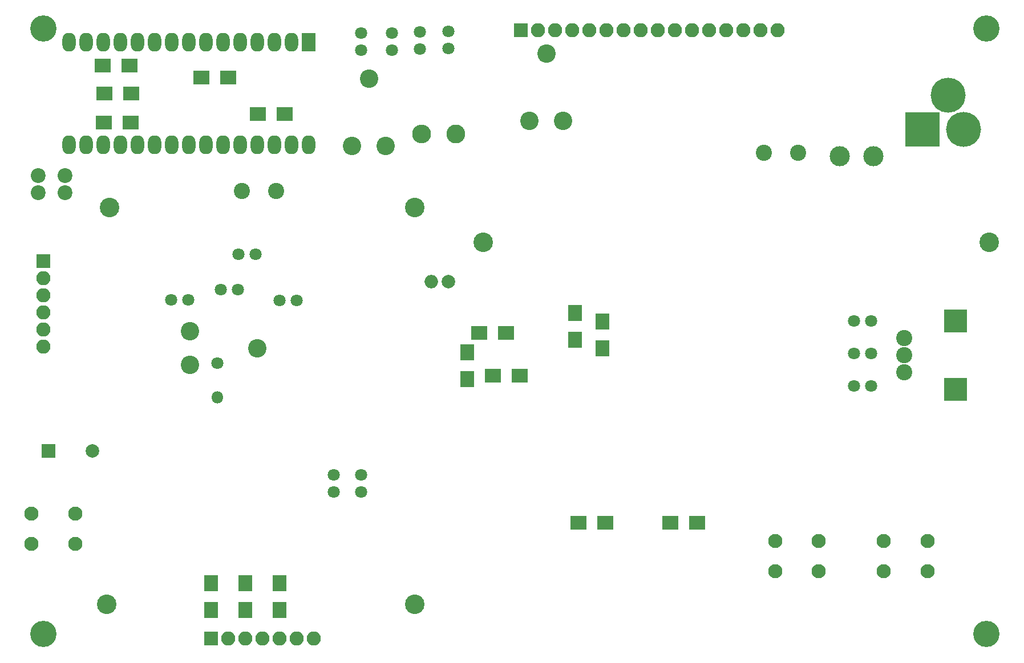
<source format=gbs>
%TF.GenerationSoftware,KiCad,Pcbnew,4.0.7-e2-6376~61~ubuntu18.04.1*%
%TF.CreationDate,2020-07-27T22:32:39+02:00*%
%TF.ProjectId,panel_02,70616E656C5F30322E6B696361645F70,rev?*%
%TF.FileFunction,Soldermask,Bot*%
%FSLAX46Y46*%
G04 Gerber Fmt 4.6, Leading zero omitted, Abs format (unit mm)*
G04 Created by KiCad (PCBNEW 4.0.7-e2-6376~61~ubuntu18.04.1) date Mon Jul 27 22:32:39 2020*
%MOMM*%
%LPD*%
G01*
G04 APERTURE LIST*
%ADD10C,0.150000*%
%ADD11R,2.000000X2.000000*%
%ADD12C,2.000000*%
%ADD13R,2.400000X2.000000*%
%ADD14R,2.000000X2.400000*%
%ADD15C,2.400000*%
%ADD16R,2.100000X2.100000*%
%ADD17O,2.100000X2.100000*%
%ADD18C,5.200000*%
%ADD19R,5.200000X5.200000*%
%ADD20C,2.900000*%
%ADD21C,3.900000*%
%ADD22C,3.000000*%
%ADD23R,2.400000X2.100000*%
%ADD24C,1.800000*%
%ADD25O,1.800000X1.800000*%
%ADD26C,2.800000*%
%ADD27O,2.800000X2.800000*%
%ADD28R,2.100000X2.400000*%
%ADD29C,2.740000*%
%ADD30C,2.100000*%
%ADD31R,3.400000X3.400000*%
%ADD32O,2.000000X2.000000*%
%ADD33C,2.200000*%
%ADD34R,2.000000X2.800000*%
%ADD35O,2.000000X2.800000*%
G04 APERTURE END LIST*
D10*
D11*
X67183000Y-103378000D03*
D12*
X73683000Y-103378000D03*
D13*
X93821000Y-47879000D03*
X89821000Y-47879000D03*
X133128000Y-92202000D03*
X137128000Y-92202000D03*
X131096000Y-85852000D03*
X135096000Y-85852000D03*
D14*
X129286000Y-92678000D03*
X129286000Y-88678000D03*
X145288000Y-86836000D03*
X145288000Y-82836000D03*
X149352000Y-88106000D03*
X149352000Y-84106000D03*
D15*
X95885000Y-64770000D03*
X100965000Y-64760000D03*
X178435000Y-59055000D03*
X173355000Y-59045000D03*
D16*
X66421000Y-75184000D03*
D17*
X66421000Y-77724000D03*
X66421000Y-80264000D03*
X66421000Y-82804000D03*
X66421000Y-85344000D03*
X66421000Y-87884000D03*
D18*
X202950000Y-55626000D03*
D19*
X196850000Y-55626000D03*
D18*
X200660000Y-50546000D03*
D16*
X91313000Y-131191000D03*
D17*
X93853000Y-131191000D03*
X96393000Y-131191000D03*
X98933000Y-131191000D03*
X101473000Y-131191000D03*
X104013000Y-131191000D03*
X106553000Y-131191000D03*
D16*
X137287000Y-40862000D03*
D17*
X139827000Y-40862000D03*
X142367000Y-40862000D03*
X144907000Y-40862000D03*
X147447000Y-40862000D03*
X149987000Y-40862000D03*
X152527000Y-40862000D03*
X155067000Y-40862000D03*
X157607000Y-40862000D03*
X160147000Y-40862000D03*
X162687000Y-40862000D03*
X165227000Y-40862000D03*
X167767000Y-40862000D03*
X170307000Y-40862000D03*
X172847000Y-40862000D03*
X175387000Y-40862000D03*
D20*
X75819000Y-126111000D03*
X121539000Y-126111000D03*
D21*
X206375000Y-40640000D03*
X206375000Y-130556000D03*
X66421000Y-40640000D03*
X66421000Y-130556000D03*
D20*
X76200000Y-67183000D03*
X121539000Y-67183000D03*
X131699000Y-72358000D03*
X206756000Y-72358000D03*
D22*
X189611000Y-59563000D03*
X184611000Y-59563000D03*
D13*
X102203000Y-53340000D03*
X98203000Y-53340000D03*
D23*
X75343000Y-54610000D03*
X79343000Y-54610000D03*
X75470000Y-50292000D03*
X79470000Y-50292000D03*
X75216000Y-46101000D03*
X79216000Y-46101000D03*
D24*
X92202000Y-90297000D03*
D25*
X92202000Y-95377000D03*
D26*
X127635000Y-56261000D03*
D27*
X122555000Y-56261000D03*
D23*
X159417000Y-114046000D03*
X163417000Y-114046000D03*
X149828000Y-114046000D03*
X145828000Y-114046000D03*
D28*
X91313000Y-126968000D03*
X91313000Y-122968000D03*
X96393000Y-126968000D03*
X96393000Y-122968000D03*
X101473000Y-126968000D03*
X101473000Y-122968000D03*
D29*
X88138000Y-90598000D03*
X98138000Y-88098000D03*
X88138000Y-85598000D03*
X112221000Y-58039000D03*
X114721000Y-48039000D03*
X117221000Y-58039000D03*
X143557000Y-54356000D03*
X141057000Y-44356000D03*
X138557000Y-54356000D03*
D30*
X71143000Y-117149000D03*
X64643000Y-117149000D03*
X71143000Y-112649000D03*
X64643000Y-112649000D03*
X181506000Y-121213000D03*
X175006000Y-121213000D03*
X181506000Y-116713000D03*
X175006000Y-116713000D03*
X197635000Y-121213000D03*
X191135000Y-121213000D03*
X197635000Y-116713000D03*
X191135000Y-116713000D03*
D15*
X194183000Y-86614000D03*
X194183000Y-89154000D03*
X194183000Y-91694000D03*
D31*
X201803000Y-84074000D03*
X201803000Y-94234000D03*
D12*
X126492000Y-78232000D03*
D32*
X123952000Y-78232000D03*
D24*
X109474000Y-109474000D03*
X109474000Y-106934000D03*
X186690000Y-88900000D03*
X189230000Y-88900000D03*
D33*
X65659000Y-62484000D03*
X65659000Y-65024000D03*
X69596000Y-65024000D03*
X69596000Y-62484000D03*
D24*
X126492000Y-43561000D03*
X126492000Y-41021000D03*
X113538000Y-43815000D03*
X113538000Y-41275000D03*
X186690000Y-84074000D03*
X189230000Y-84074000D03*
X118110000Y-43815000D03*
X118110000Y-41275000D03*
X92710000Y-79375000D03*
X95250000Y-79375000D03*
X186690000Y-93726000D03*
X189230000Y-93726000D03*
X113538000Y-106934000D03*
X113538000Y-109474000D03*
X101473000Y-81026000D03*
X104013000Y-81026000D03*
X87884000Y-80899000D03*
X85344000Y-80899000D03*
X122301000Y-43688000D03*
X122301000Y-41148000D03*
X97917000Y-74168000D03*
X95377000Y-74168000D03*
D34*
X105791000Y-42672000D03*
D35*
X70231000Y-57912000D03*
X100711000Y-42672000D03*
X72771000Y-57912000D03*
X98171000Y-42672000D03*
X75311000Y-57912000D03*
X95631000Y-42672000D03*
X77851000Y-57912000D03*
X93091000Y-42672000D03*
X80391000Y-57912000D03*
X90551000Y-42672000D03*
X82931000Y-57912000D03*
X88011000Y-42672000D03*
X85471000Y-57912000D03*
X85471000Y-42672000D03*
X88011000Y-57912000D03*
X82931000Y-42672000D03*
X90551000Y-57912000D03*
X80391000Y-42672000D03*
X93091000Y-57912000D03*
X77851000Y-42672000D03*
X95631000Y-57912000D03*
X75311000Y-42672000D03*
X98171000Y-57912000D03*
X72771000Y-42672000D03*
X100711000Y-57912000D03*
X70231000Y-42672000D03*
X103251000Y-57912000D03*
X105791000Y-57912000D03*
X103251000Y-42672000D03*
M02*

</source>
